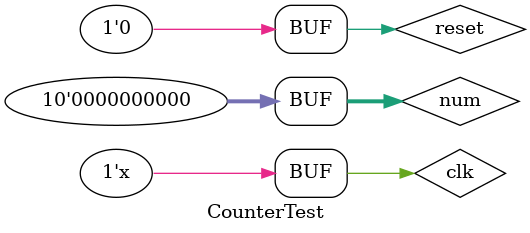
<source format=sv>
module CounterTest();
logic clk, reset;
reg [9:0] num;

//DUT initialization
Counter DUT(clk,reset,num);

initial begin
	clk = 0;
	reset = 0;
	num = 10'b0;
end

always
begin
	#10 clk = ~clk;
	#1	$display("clk = %b, reset = %b, num = %b\n", clk, reset, num);
end

endmodule // CounterTest

</source>
